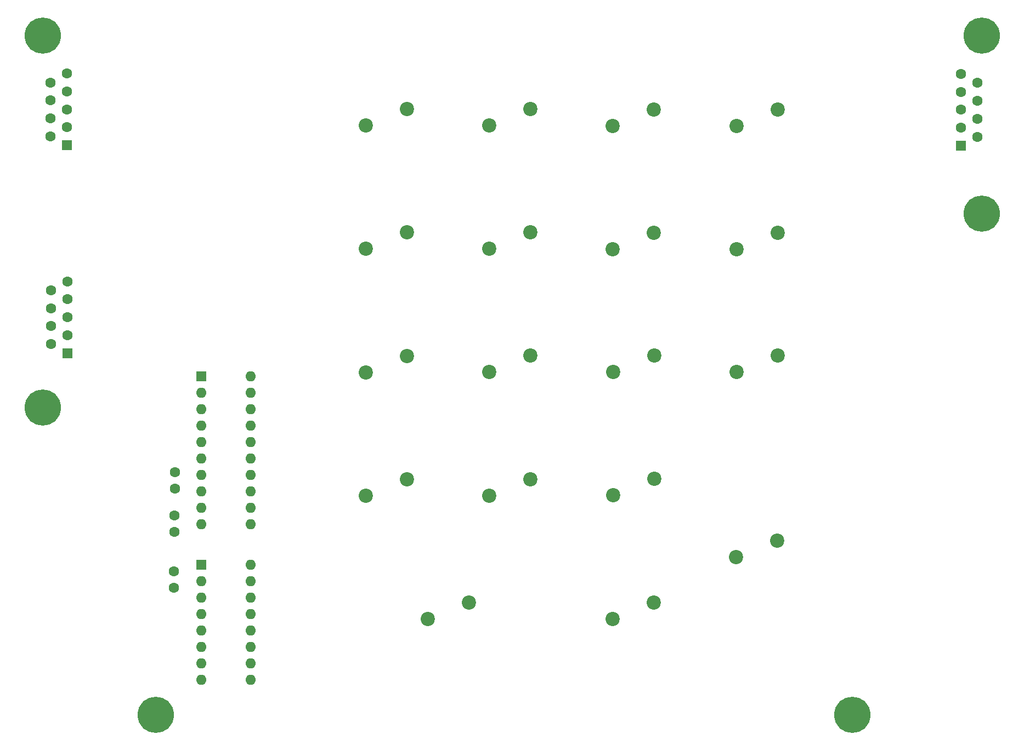
<source format=gbl>
%TF.GenerationSoftware,KiCad,Pcbnew,5.1.9+dfsg1-1*%
%TF.CreationDate,2022-02-16T13:07:29+01:00*%
%TF.ProjectId,A130XE_CX85,41313330-5845-45f4-9358-38352e6b6963,0.1*%
%TF.SameCoordinates,Original*%
%TF.FileFunction,Copper,L2,Bot*%
%TF.FilePolarity,Positive*%
%FSLAX46Y46*%
G04 Gerber Fmt 4.6, Leading zero omitted, Abs format (unit mm)*
G04 Created by KiCad (PCBNEW 5.1.9+dfsg1-1) date 2022-02-16 13:07:29*
%MOMM*%
%LPD*%
G01*
G04 APERTURE LIST*
%TA.AperFunction,ComponentPad*%
%ADD10C,1.600000*%
%TD*%
%TA.AperFunction,ComponentPad*%
%ADD11R,1.600000X1.600000*%
%TD*%
%TA.AperFunction,ComponentPad*%
%ADD12C,2.200000*%
%TD*%
%TA.AperFunction,ComponentPad*%
%ADD13O,1.600000X1.600000*%
%TD*%
%TA.AperFunction,ComponentPad*%
%ADD14C,5.600000*%
%TD*%
G04 APERTURE END LIST*
D10*
%TO.P,J1,9*%
%TO.N,/JOY_9*%
X66240000Y-44735000D03*
%TO.P,J1,8*%
%TO.N,GND*%
X66240000Y-47505000D03*
%TO.P,J1,7*%
%TO.N,+5V*%
X66240000Y-50275000D03*
%TO.P,J1,6*%
%TO.N,/JOY_6*%
X66240000Y-53045000D03*
%TO.P,J1,5*%
%TO.N,/JOY_5*%
X68780000Y-43350000D03*
%TO.P,J1,4*%
%TO.N,/JOY_4*%
X68780000Y-46120000D03*
%TO.P,J1,3*%
%TO.N,/JOY_3*%
X68780000Y-48890000D03*
%TO.P,J1,2*%
%TO.N,/JOY_2*%
X68780000Y-51660000D03*
D11*
%TO.P,J1,1*%
%TO.N,/JOY_1*%
X68780000Y-54430000D03*
%TD*%
%TO.P,J2,1*%
%TO.N,D0*%
X68850000Y-86560000D03*
D10*
%TO.P,J2,2*%
%TO.N,D1*%
X68850000Y-83790000D03*
%TO.P,J2,3*%
%TO.N,D2*%
X68850000Y-81020000D03*
%TO.P,J2,4*%
%TO.N,D3*%
X68850000Y-78250000D03*
%TO.P,J2,5*%
%TO.N,D4*%
X68850000Y-75480000D03*
%TO.P,J2,6*%
%TO.N,D5*%
X66310000Y-85175000D03*
%TO.P,J2,7*%
%TO.N,+5V*%
X66310000Y-82405000D03*
%TO.P,J2,8*%
%TO.N,GND*%
X66310000Y-79635000D03*
%TO.P,J2,9*%
%TO.N,Net-(J2-Pad9)*%
X66310000Y-76865000D03*
%TD*%
D11*
%TO.P,J3,1*%
%TO.N,/JOY_1*%
X206730000Y-54500000D03*
D10*
%TO.P,J3,2*%
%TO.N,/JOY_2*%
X206730000Y-51730000D03*
%TO.P,J3,3*%
%TO.N,/JOY_3*%
X206730000Y-48960000D03*
%TO.P,J3,4*%
%TO.N,/JOY_4*%
X206730000Y-46190000D03*
%TO.P,J3,5*%
%TO.N,/JOY_5*%
X206730000Y-43420000D03*
%TO.P,J3,6*%
%TO.N,/JOY_6*%
X209270000Y-53115000D03*
%TO.P,J3,7*%
%TO.N,+5V*%
X209270000Y-50345000D03*
%TO.P,J3,8*%
%TO.N,GND*%
X209270000Y-47575000D03*
%TO.P,J3,9*%
%TO.N,/JOY_9*%
X209270000Y-44805000D03*
%TD*%
D12*
%TO.P,SW1,1*%
%TO.N,COL0*%
X178450000Y-67930000D03*
%TO.P,SW1,2*%
%TO.N,ROW0*%
X172100000Y-70470000D03*
%TD*%
%TO.P,SW2,1*%
%TO.N,COL1*%
X159420000Y-106010000D03*
%TO.P,SW2,2*%
%TO.N,ROW0*%
X153070000Y-108550000D03*
%TD*%
%TO.P,SW3,2*%
%TO.N,ROW0*%
X153020000Y-70470000D03*
%TO.P,SW3,1*%
%TO.N,COL2*%
X159370000Y-67930000D03*
%TD*%
%TO.P,SW4,2*%
%TO.N,ROW0*%
X153070000Y-89480000D03*
%TO.P,SW4,1*%
%TO.N,COL3*%
X159420000Y-86940000D03*
%TD*%
%TO.P,SW6,2*%
%TO.N,ROW1*%
X133960000Y-108570000D03*
%TO.P,SW6,1*%
%TO.N,COL1*%
X140310000Y-106030000D03*
%TD*%
%TO.P,SW7,1*%
%TO.N,COL2*%
X140330000Y-67910000D03*
%TO.P,SW7,2*%
%TO.N,ROW1*%
X133980000Y-70450000D03*
%TD*%
%TO.P,SW8,1*%
%TO.N,COL3*%
X140330000Y-86970000D03*
%TO.P,SW8,2*%
%TO.N,ROW1*%
X133980000Y-89510000D03*
%TD*%
%TO.P,SW9,2*%
%TO.N,ROW2*%
X153020000Y-127640000D03*
%TO.P,SW9,1*%
%TO.N,COL0*%
X159370000Y-125100000D03*
%TD*%
%TO.P,SW10,1*%
%TO.N,COL1*%
X121260000Y-106040000D03*
%TO.P,SW10,2*%
%TO.N,ROW2*%
X114910000Y-108580000D03*
%TD*%
%TO.P,SW11,2*%
%TO.N,ROW2*%
X114920000Y-70450000D03*
%TO.P,SW11,1*%
%TO.N,COL2*%
X121270000Y-67910000D03*
%TD*%
%TO.P,SW12,2*%
%TO.N,ROW2*%
X114910000Y-89530000D03*
%TO.P,SW12,1*%
%TO.N,COL3*%
X121260000Y-86990000D03*
%TD*%
%TO.P,SW13,2*%
%TO.N,ROW2*%
X172080000Y-118080000D03*
%TO.P,SW13,1*%
%TO.N,COL4*%
X178430000Y-115540000D03*
%TD*%
%TO.P,SW14,1*%
%TO.N,COL0*%
X130790000Y-125120000D03*
%TO.P,SW14,2*%
%TO.N,ROW3*%
X124440000Y-127660000D03*
%TD*%
%TO.P,SW15,1*%
%TO.N,COL1*%
X178450000Y-48910000D03*
%TO.P,SW15,2*%
%TO.N,ROW3*%
X172100000Y-51450000D03*
%TD*%
%TO.P,SW16,1*%
%TO.N,COL2*%
X159370000Y-48910000D03*
%TO.P,SW16,2*%
%TO.N,ROW3*%
X153020000Y-51450000D03*
%TD*%
%TO.P,SW17,1*%
%TO.N,COL3*%
X140310000Y-48870000D03*
%TO.P,SW17,2*%
%TO.N,ROW3*%
X133960000Y-51410000D03*
%TD*%
%TO.P,SW18,2*%
%TO.N,ROW3*%
X114930000Y-51370000D03*
%TO.P,SW18,1*%
%TO.N,COL4*%
X121280000Y-48830000D03*
%TD*%
D11*
%TO.P,U1,1*%
%TO.N,+5V*%
X89530000Y-119310000D03*
D13*
%TO.P,U1,9*%
%TO.N,Net-(U1-Pad9)*%
X97150000Y-137090000D03*
%TO.P,U1,2*%
%TO.N,D0*%
X89530000Y-121850000D03*
%TO.P,U1,10*%
%TO.N,D3*%
X97150000Y-134550000D03*
%TO.P,U1,3*%
%TO.N,Net-(U1-Pad3)*%
X89530000Y-124390000D03*
%TO.P,U1,11*%
%TO.N,Net-(U1-Pad11)*%
X97150000Y-132010000D03*
%TO.P,U1,4*%
%TO.N,D1*%
X89530000Y-126930000D03*
%TO.P,U1,12*%
%TO.N,D4*%
X97150000Y-129470000D03*
%TO.P,U1,5*%
%TO.N,Net-(U1-Pad5)*%
X89530000Y-129470000D03*
%TO.P,U1,13*%
%TO.N,N/C*%
X97150000Y-126930000D03*
%TO.P,U1,6*%
%TO.N,D2*%
X89530000Y-132010000D03*
%TO.P,U1,14*%
%TO.N,Net-(U1-Pad14)*%
X97150000Y-124390000D03*
%TO.P,U1,7*%
%TO.N,Net-(U1-Pad7)*%
X89530000Y-134550000D03*
%TO.P,U1,15*%
%TO.N,D5*%
X97150000Y-121850000D03*
%TO.P,U1,8*%
%TO.N,GND*%
X89530000Y-137090000D03*
%TO.P,U1,16*%
%TO.N,N/C*%
X97150000Y-119310000D03*
%TD*%
D11*
%TO.P,U2,1*%
%TO.N,COL0*%
X89540000Y-90120000D03*
D13*
%TO.P,U2,11*%
%TO.N,ROW1*%
X97160000Y-112980000D03*
%TO.P,U2,2*%
%TO.N,COL1*%
X89540000Y-92660000D03*
%TO.P,U2,12*%
%TO.N,ROW0*%
X97160000Y-110440000D03*
%TO.P,U2,3*%
%TO.N,COL2*%
X89540000Y-95200000D03*
%TO.P,U2,13*%
%TO.N,Net-(U1-Pad14)*%
X97160000Y-107900000D03*
%TO.P,U2,4*%
%TO.N,COL3*%
X89540000Y-97740000D03*
%TO.P,U2,14*%
%TO.N,GND*%
X97160000Y-105360000D03*
%TO.P,U2,5*%
%TO.N,COL4*%
X89540000Y-100280000D03*
%TO.P,U2,15*%
%TO.N,Net-(U1-Pad11)*%
X97160000Y-102820000D03*
%TO.P,U2,6*%
%TO.N,Net-(C2-Pad1)*%
X89540000Y-102820000D03*
%TO.P,U2,16*%
%TO.N,Net-(U1-Pad9)*%
X97160000Y-100280000D03*
%TO.P,U2,7*%
%TO.N,Net-(C3-Pad1)*%
X89540000Y-105360000D03*
%TO.P,U2,17*%
%TO.N,Net-(U1-Pad7)*%
X97160000Y-97740000D03*
%TO.P,U2,8*%
%TO.N,ROW3*%
X89540000Y-107900000D03*
%TO.P,U2,18*%
%TO.N,Net-(U1-Pad5)*%
X97160000Y-95200000D03*
%TO.P,U2,9*%
%TO.N,ROW2*%
X89540000Y-110440000D03*
%TO.P,U2,19*%
%TO.N,Net-(U1-Pad3)*%
X97160000Y-92660000D03*
%TO.P,U2,10*%
%TO.N,GND*%
X89540000Y-112980000D03*
%TO.P,U2,20*%
%TO.N,+5V*%
X97160000Y-90120000D03*
%TD*%
D12*
%TO.P,SW5,1*%
%TO.N,COL0*%
X178450000Y-86910000D03*
%TO.P,SW5,2*%
%TO.N,ROW1*%
X172100000Y-89450000D03*
%TD*%
D14*
%TO.P,H1,1*%
%TO.N,GND*%
X65000000Y-37500000D03*
%TD*%
%TO.P,H2,1*%
%TO.N,GND*%
X210000000Y-37500000D03*
%TD*%
%TO.P,H3,1*%
%TO.N,GND*%
X210000000Y-65000000D03*
%TD*%
%TO.P,H4,1*%
%TO.N,GND*%
X190000000Y-142500000D03*
%TD*%
%TO.P,H5,1*%
%TO.N,GND*%
X82500000Y-142500000D03*
%TD*%
%TO.P,H6,1*%
%TO.N,GND*%
X65000000Y-95000000D03*
%TD*%
D10*
%TO.P,C1,1*%
%TO.N,+5V*%
X85310000Y-120300000D03*
%TO.P,C1,2*%
%TO.N,GND*%
X85310000Y-122800000D03*
%TD*%
%TO.P,C2,1*%
%TO.N,Net-(C2-Pad1)*%
X85380000Y-111690000D03*
%TO.P,C2,2*%
%TO.N,GND*%
X85380000Y-114190000D03*
%TD*%
%TO.P,C3,2*%
%TO.N,GND*%
X85450000Y-107500000D03*
%TO.P,C3,1*%
%TO.N,Net-(C3-Pad1)*%
X85450000Y-105000000D03*
%TD*%
M02*

</source>
